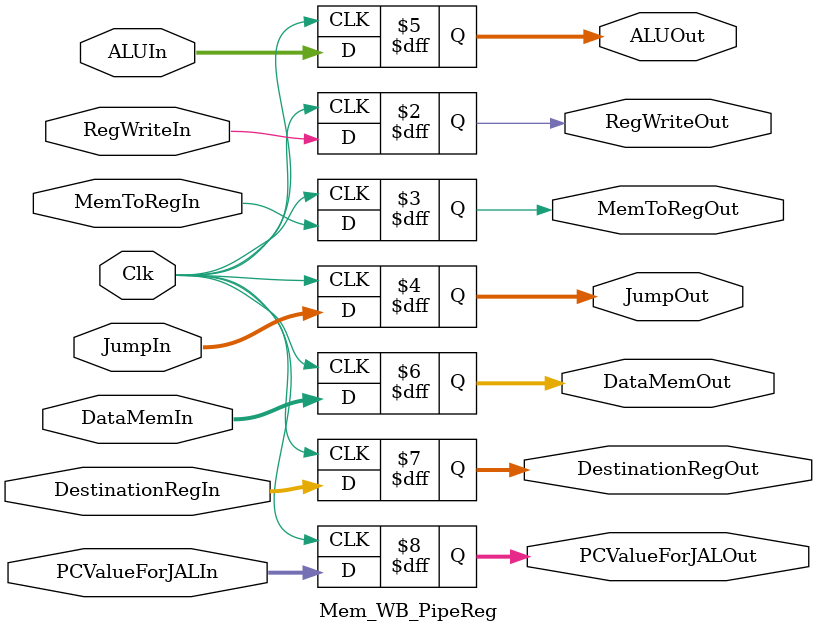
<source format=v>
`timescale 1ns / 1ps


module Mem_WB_PipeReg(RegWriteIn, MemToRegIn, JumpIn, ALUIn, DataMemIn, DestinationRegIn, PCValueForJALIn, Clk, RegWriteOut, MemToRegOut, JumpOut, ALUOut, DataMemOut, DestinationRegOut, PCValueForJALOut);

	/* Control Signals*/
    output reg RegWriteOut; 
    output reg MemToRegOut;
    output reg [1:0]JumpOut; 
    
    output reg [31:0] ALUOut;
    output reg [31:0] DataMemOut;
    output reg [4:0] DestinationRegOut; 
    output reg [31:0] PCValueForJALOut;
    
    /* Control Signals*/
    input RegWriteIn; 
    input MemToRegIn; 
    input [1:0] JumpIn; 
    
    input [31:0] ALUIn;
    input [31:0] DataMemIn;
    input [4:0] DestinationRegIn; 
    input [31:0] PCValueForJALIn;
    input Clk; 
        
    always @ (posedge Clk)
        begin
        RegWriteOut <= RegWriteIn; 
        MemToRegOut <= MemToRegIn;
        JumpOut <= JumpIn; 
        
        ALUOut <= ALUIn;
        DataMemOut <= DataMemIn;
        DestinationRegOut <= DestinationRegIn; 
        PCValueForJALOut <= PCValueForJALIn;
        end

endmodule
</source>
